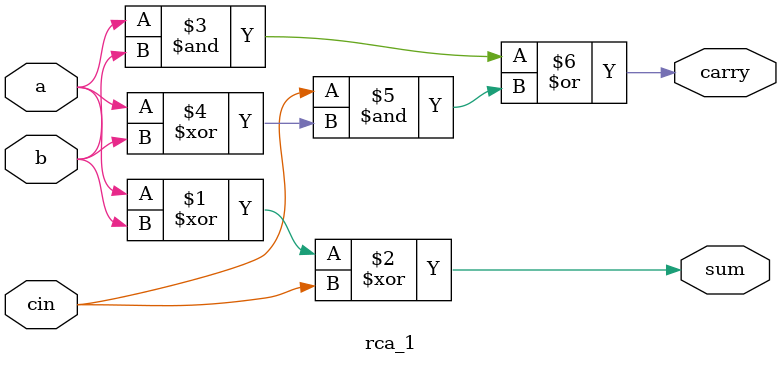
<source format=v>





module rca_1(sum, carry, a, b, cin);
       output sum, carry;
       input a, b, cin;

       assign sum = a ^ b ^ cin;
       assign carry = (a & b) | cin & (a ^ b);

endmodule

</source>
